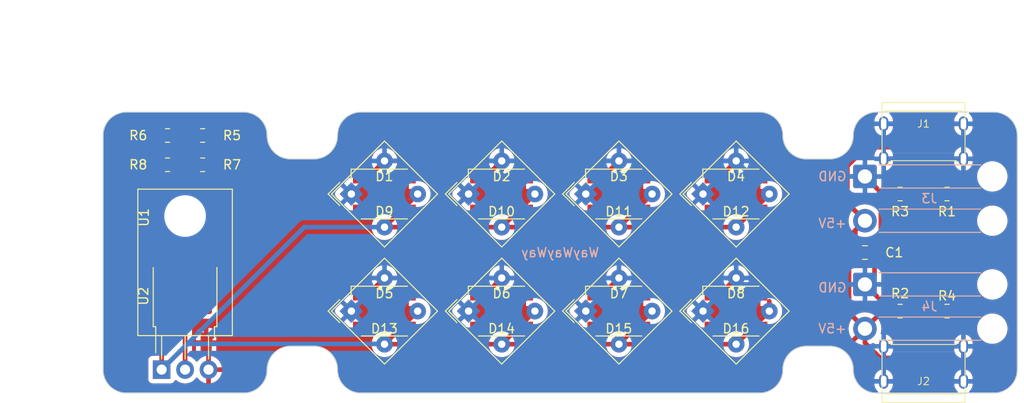
<source format=kicad_pcb>
(kicad_pcb (version 20221018) (generator pcbnew)
  (layers (0 "F.Cu" signal) (31 "B.Cu" signal) (34 "B.Paste" user) (35 "F.Paste" user) (36 "B.SilkS" user "B.Silkscreen") (37 "F.SilkS" user "F.Silkscreen") (38 "B.Mask" user) (39 "F.Mask" user) (44 "Edge.Cuts" user))
  (net 0 "")
  (net 1 "+5V")
  (net 2 "GND")
  (net 3 "REG")
  (net 4 "Net-(J1-CC1)")
  (net 5 "Net-(J1-CC2)")
  (net 6 "Net-(J2-CC1)")
  (net 7 "Net-(J2-CC2)")
  (net 8 "SENSE")
  (net 9 "Net-(R5-Pad2)")
  (net 10 "Net-(R7-Pad2)")
  (footprint "Resistor_SMD:R_0805_2012Metric_Pad1.20x1.40mm_HandSolder" (layer "F.Cu") (at 121.92 62.23 180)
    (fp_text reference "R3" (at 0 -1.905) (layer "F.SilkS"))
    (fp_text value "5.1K")
    (fp_line (start -0.227064 -0.735) (end 0.227064 -0.735) (stroke (width 0.12)) (layer "F.SilkS"))
    (fp_line (start -0.227064 0.735) (end 0.227064 0.735) (stroke (width 0.12)) (layer "F.SilkS"))
    (pad "1" smd roundrect (at -1 0 180) (size 1.2 1.4) (layers "F.Cu" "F.Paste" "F.Mask") (roundrect_rratio 0.2083333333) (net 5 "Net-(J1-CC2)"))
    (pad "2" smd roundrect (at 1 0 180) (size 1.2 1.4) (layers "F.Cu" "F.Paste" "F.Mask") (roundrect_rratio 0.2083333333) (net 2 "GND"))
  )
  (footprint "LED_SMD:LED_RGB_5050-6" (layer "F.Cu") (at 78.74 74.93)
    (fp_text reference "D6" (at 0 -1.905 180) (layer "F.SilkS"))
    (fp_text value "LED_RGB")
    (fp_line (start -3.6 -2.7) (end 2.5 -2.7) (stroke (width 0.12)) (layer "F.SilkS"))
    (fp_line (start -3.6 -1.6) (end -3.6 -2.7) (stroke (width 0.12)) (layer "F.SilkS"))
    (fp_line (start 2.5 2.7) (end -2.5 2.7) (stroke (width 0.12)) (layer "F.SilkS"))
    (pad "1" smd rect (at -2.4 -1.7 90) (size 1.1 2) (layers "F.Cu" "F.Paste" "F.Mask") (net 2 "GND"))
    (pad "2" smd rect (at -2.4 0 90) (size 1.1 2) (layers "F.Cu" "F.Paste" "F.Mask") (net 2 "GND"))
    (pad "3" smd rect (at -2.4 1.7 90) (size 1.1 2) (layers "F.Cu" "F.Paste" "F.Mask") (net 2 "GND"))
    (pad "4" smd rect (at 2.4 1.7 90) (size 1.1 2) (layers "F.Cu" "F.Paste" "F.Mask") (net 3 "REG"))
    (pad "5" smd rect (at 2.4 0 90) (size 1.1 2) (layers "F.Cu" "F.Paste" "F.Mask") (net 3 "REG"))
    (pad "6" smd rect (at 2.4 -1.7 90) (size 1.1 2) (layers "F.Cu" "F.Paste" "F.Mask") (net 3 "REG"))
  )
  (footprint "LED_SMD:LED_RGB_5050-6" (layer "F.Cu") (at 66.04 62.23)
    (fp_text reference "D1" (at 0 -1.905 180) (layer "F.SilkS"))
    (fp_text value "LED_RGB")
    (fp_line (start -3.6 -2.7) (end 2.5 -2.7) (stroke (width 0.12)) (layer "F.SilkS"))
    (fp_line (start -3.6 -1.6) (end -3.6 -2.7) (stroke (width 0.12)) (layer "F.SilkS"))
    (fp_line (start 2.5 2.7) (end -2.5 2.7) (stroke (width 0.12)) (layer "F.SilkS"))
    (pad "1" smd rect (at -2.4 -1.7 90) (size 1.1 2) (layers "F.Cu" "F.Paste" "F.Mask") (net 2 "GND"))
    (pad "2" smd rect (at -2.4 0 90) (size 1.1 2) (layers "F.Cu" "F.Paste" "F.Mask") (net 2 "GND"))
    (pad "3" smd rect (at -2.4 1.7 90) (size 1.1 2) (layers "F.Cu" "F.Paste" "F.Mask") (net 2 "GND"))
    (pad "4" smd rect (at 2.4 1.7 90) (size 1.1 2) (layers "F.Cu" "F.Paste" "F.Mask") (net 3 "REG"))
    (pad "5" smd rect (at 2.4 0 90) (size 1.1 2) (layers "F.Cu" "F.Paste" "F.Mask") (net 3 "REG"))
    (pad "6" smd rect (at 2.4 -1.7 90) (size 1.1 2) (layers "F.Cu" "F.Paste" "F.Mask") (net 3 "REG"))
  )
  (footprint "Package_TO_SOT_THT:TO-220-3_Horizontal_TabDown" (layer "F.Cu") (at 41.91 81.28)
    (fp_text reference "U1" (at -1.905 -16.51 90) (layer "F.SilkS"))
    (fp_text value "LM317_TO-220")
    (fp_line (start -2.58 -19.58) (end -2.58 -3.69) (stroke (width 0.12)) (layer "F.SilkS"))
    (fp_line (start -2.58 -19.58) (end 7.66 -19.58) (stroke (width 0.12)) (layer "F.SilkS"))
    (fp_line (start -2.58 -3.69) (end 7.66 -3.69) (stroke (width 0.12)) (layer "F.SilkS"))
    (fp_line (start 0 -3.69) (end 0 -1.15) (stroke (width 0.12)) (layer "F.SilkS"))
    (fp_line (start 2.54 -3.69) (end 2.54 -1.15) (stroke (width 0.12)) (layer "F.SilkS"))
    (fp_line (start 5.08 -3.69) (end 5.08 -1.15) (stroke (width 0.12)) (layer "F.SilkS"))
    (fp_line (start 7.66 -19.58) (end 7.66 -3.69) (stroke (width 0.12)) (layer "F.SilkS"))
    (pad "" np_thru_hole oval (at 2.54 -16.66) (size 3.5 3.5) (drill 3.5) (layers "*.Cu" "*.Mask"))
    (pad "1" thru_hole rect (at 0 0) (size 1.905 2) (drill 1.1) (layers "*.Cu" "*.Mask") (net 3 "REG"))
    (pad "2" thru_hole oval (at 2.54 0) (size 1.905 2) (drill 1.1) (layers "*.Cu" "*.Mask") (net 8 "SENSE"))
    (pad "3" thru_hole oval (at 5.08 0) (size 1.905 2) (drill 1.1) (layers "*.Cu" "*.Mask") (net 1 "+5V"))
  )
  (footprint "Resistor_SMD:R_0805_2012Metric_Pad1.20x1.40mm_HandSolder" (layer "F.Cu") (at 127 62.23)
    (fp_text reference "R1" (at 0 1.905) (layer "F.SilkS"))
    (fp_text value "5.1K")
    (fp_line (start -0.227064 -0.735) (end 0.227064 -0.735) (stroke (width 0.12)) (layer "F.SilkS"))
    (fp_line (start -0.227064 0.735) (end 0.227064 0.735) (stroke (width 0.12)) (layer "F.SilkS"))
    (pad "1" smd roundrect (at -1 0) (size 1.2 1.4) (layers "F.Cu" "F.Paste" "F.Mask") (roundrect_rratio 0.2083333333) (net 4 "Net-(J1-CC1)"))
    (pad "2" smd roundrect (at 1 0) (size 1.2 1.4) (layers "F.Cu" "F.Paste" "F.Mask") (roundrect_rratio 0.2083333333) (net 2 "GND"))
  )
  (footprint "Capacitor_SMD:C_0805_2012Metric_Pad1.18x1.45mm_HandSolder" (layer "F.Cu") (at 118.11 68.58)
    (fp_text reference "C1" (at 3.175 0) (layer "F.SilkS"))
    (fp_text value "100n")
    (fp_line (start -0.261252 -0.735) (end 0.261252 -0.735) (stroke (width 0.12)) (layer "F.SilkS"))
    (fp_line (start -0.261252 0.735) (end 0.261252 0.735) (stroke (width 0.12)) (layer "F.SilkS"))
    (pad "1" smd roundrect (at -1.0375 0) (size 1.175 1.45) (layers "F.Cu" "F.Paste" "F.Mask") (roundrect_rratio 0.2127659574) (net 1 "+5V"))
    (pad "2" smd roundrect (at 1.0375 0) (size 1.175 1.45) (layers "F.Cu" "F.Paste" "F.Mask") (roundrect_rratio 0.2127659574) (net 2 "GND"))
  )
  (footprint "Resistor_SMD:R_0805_2012Metric_Pad1.20x1.40mm_HandSolder" (layer "F.Cu") (at 46.355001 55.88 180)
    (fp_text reference "R5" (at -3.174998 0) (layer "F.SilkS"))
    (fp_text value "10R")
    (fp_line (start -0.227064 -0.735) (end 0.227064 -0.735) (stroke (width 0.12)) (layer "F.SilkS"))
    (fp_line (start -0.227064 0.735) (end 0.227064 0.735) (stroke (width 0.12)) (layer "F.SilkS"))
    (pad "1" smd roundrect (at -1 0 180) (size 1.2 1.4) (layers "F.Cu" "F.Paste" "F.Mask") (roundrect_rratio 0.2083333333) (net 8 "SENSE"))
    (pad "2" smd roundrect (at 1 0 180) (size 1.2 1.4) (layers "F.Cu" "F.Paste" "F.Mask") (roundrect_rratio 0.2083333333) (net 9 "Net-(R5-Pad2)"))
  )
  (footprint "Package_TO_SOT_SMD:TO-252-2" (layer "F.Cu") (at 44.45 73.31 90)
    (fp_text reference "U2" (at 0 -4.5 90) (layer "F.SilkS"))
    (fp_text value "LM317_TO-252")
    (fp_line (start -3.31 -3.45) (end -3.31 -3.18) (stroke (width 0.12)) (layer "F.SilkS"))
    (fp_line (start -3.31 -3.18) (end -6.14 -3.18) (stroke (width 0.12)) (layer "F.SilkS"))
    (fp_line (start -3.31 3.18) (end -4.41 3.18) (stroke (width 0.12)) (layer "F.SilkS"))
    (fp_line (start -3.31 3.45) (end -3.31 3.18) (stroke (width 0.12)) (layer "F.SilkS"))
    (fp_line (start 3.11 -3.45) (end -3.31 -3.45) (stroke (width 0.12)) (layer "F.SilkS"))
    (fp_line (start 3.11 3.45) (end -3.31 3.45) (stroke (width 0.12)) (layer "F.SilkS"))
    (pad "1" smd roundrect (at -5.04 -2.28 90) (size 2.2 1.2) (layers "F.Cu" "F.Paste" "F.Mask") (roundrect_rratio 0.2083333333) (net 3 "REG"))
    (pad "2" smd roundrect (at -0.415 -1.525 90) (size 3.05 2.75) (layers "F.Cu" "F.Paste") (roundrect_rratio 0.09090909091) (net 8 "SENSE"))
    (pad "2" smd roundrect (at -0.415 1.525 90) (size 3.05 2.75) (layers "F.Cu" "F.Paste") (roundrect_rratio 0.09090909091) (net 8 "SENSE"))
    (pad "2" smd roundrect (at 1.26 0 90) (size 6.4 5.8) (layers "F.Cu" "F.Mask") (roundrect_rratio 0.04310293103) (net 8 "SENSE"))
    (pad "2" smd roundrect (at 2.935 -1.525 90) (size 3.05 2.75) (layers "F.Cu" "F.Paste") (roundrect_rratio 0.09090909091) (net 8 "SENSE"))
    (pad "2" smd roundrect (at 2.935 1.525 90) (size 3.05 2.75) (layers "F.Cu" "F.Paste") (roundrect_rratio 0.09090909091) (net 8 "SENSE"))
    (pad "3" smd roundrect (at -5.04 2.28 90) (size 2.2 1.2) (layers "F.Cu" "F.Paste" "F.Mask") (roundrect_rratio 0.2083333333) (net 1 "+5V"))
  )
  (footprint "LED_THT:LED_Rectangular_W7.62mm_H4.55mm_P5.08mm_R3" (layer "F.Cu") (at 100.563984 74.93 45)
    (fp_text reference "D16" (at 1.181587 3.875664 180) (layer "F.SilkS"))
    (fp_text value "LED")
    (fp_line (start -1.778 -1.778) (end -1.778 0) (stroke (width 0.12)) (layer "F.SilkS"))
    (fp_line (start -1.524 -1.524) (end -1.524 6.604) (stroke (width 0.12)) (layer "F.SilkS"))
    (fp_line (start -1.524 6.604) (end 6.604 6.604) (stroke (width 0.12)) (layer "F.SilkS"))
    (fp_line (start 0 -1.778) (end -1.778 -1.778) (stroke (width 0.12)) (layer "F.SilkS"))
    (fp_line (start 6.604 -1.524) (end -1.524 -1.524) (stroke (width 0.12)) (layer "F.SilkS"))
    (fp_line (start 6.604 6.604) (end 6.604 -1.524) (stroke (width 0.12)) (layer "F.SilkS"))
    (pad "1" thru_hole rect (at 0 0 45) (size 1.8 1.8) (drill 0.8) (layers "*.Cu" "*.Mask") (net 2 "GND"))
    (pad "1" thru_hole circle (at 5.08 0 45) (size 1.8 1.8) (drill 0.8) (layers "*.Cu" "*.Mask") (net 2 "GND"))
    (pad "2" thru_hole circle (at 0 5.08 45) (size 1.8 1.8) (drill 0.8) (layers "*.Cu" "*.Mask") (net 3 "REG"))
    (pad "2" thru_hole circle (at 5.08 5.08 45) (size 1.8 1.8) (drill 0.8) (layers "*.Cu" "*.Mask") (net 3 "REG"))
  )
  (footprint "LED_SMD:LED_RGB_5050-6" (layer "F.Cu") (at 104.14 62.23)
    (fp_text reference "D4" (at 0 -1.905 180) (layer "F.SilkS"))
    (fp_text value "LED_RGB")
    (fp_line (start -3.6 -2.7) (end 2.5 -2.7) (stroke (width 0.12)) (layer "F.SilkS"))
    (fp_line (start -3.6 -1.6) (end -3.6 -2.7) (stroke (width 0.12)) (layer "F.SilkS"))
    (fp_line (start 2.5 2.7) (end -2.5 2.7) (stroke (width 0.12)) (layer "F.SilkS"))
    (pad "1" smd rect (at -2.4 -1.7 90) (size 1.1 2) (layers "F.Cu" "F.Paste" "F.Mask") (net 2 "GND"))
    (pad "2" smd rect (at -2.4 0 90) (size 1.1 2) (layers "F.Cu" "F.Paste" "F.Mask") (net 2 "GND"))
    (pad "3" smd rect (at -2.4 1.7 90) (size 1.1 2) (layers "F.Cu" "F.Paste" "F.Mask") (net 2 "GND"))
    (pad "4" smd rect (at 2.4 1.7 90) (size 1.1 2) (layers "F.Cu" "F.Paste" "F.Mask") (net 3 "REG"))
    (pad "5" smd rect (at 2.4 0 90) (size 1.1 2) (layers "F.Cu" "F.Paste" "F.Mask") (net 3 "REG"))
    (pad "6" smd rect (at 2.4 -1.7 90) (size 1.1 2) (layers "F.Cu" "F.Paste" "F.Mask") (net 3 "REG"))
  )
  (footprint "LED_THT:LED_Rectangular_W7.62mm_H4.55mm_P5.08mm_R3" (layer "F.Cu") (at 62.463984 74.93 45)
    (fp_text reference "D13" (at 1.181587 3.875664 180) (layer "F.SilkS"))
    (fp_text value "LED")
    (fp_line (start -1.778 -1.778) (end -1.778 0) (stroke (width 0.12)) (layer "F.SilkS"))
    (fp_line (start -1.524 -1.524) (end -1.524 6.604) (stroke (width 0.12)) (layer "F.SilkS"))
    (fp_line (start -1.524 6.604) (end 6.604 6.604) (stroke (width 0.12)) (layer "F.SilkS"))
    (fp_line (start 0 -1.778) (end -1.778 -1.778) (stroke (width 0.12)) (layer "F.SilkS"))
    (fp_line (start 6.604 -1.524) (end -1.524 -1.524) (stroke (width 0.12)) (layer "F.SilkS"))
    (fp_line (start 6.604 6.604) (end 6.604 -1.524) (stroke (width 0.12)) (layer "F.SilkS"))
    (pad "1" thru_hole rect (at 0 0 45) (size 1.8 1.8) (drill 0.8) (layers "*.Cu" "*.Mask") (net 2 "GND"))
    (pad "1" thru_hole circle (at 5.08 0 45) (size 1.8 1.8) (drill 0.8) (layers "*.Cu" "*.Mask") (net 2 "GND"))
    (pad "2" thru_hole circle (at 0 5.08 45) (size 1.8 1.8) (drill 0.8) (layers "*.Cu" "*.Mask") (net 3 "REG"))
    (pad "2" thru_hole circle (at 5.08 5.08 45) (size 1.8 1.8) (drill 0.8) (layers "*.Cu" "*.Mask") (net 3 "REG"))
  )
  (footprint "LED_SMD:LED_RGB_5050-6" (layer "F.Cu") (at 91.44 74.93)
    (fp_text reference "D7" (at 0 -1.905 180) (layer "F.SilkS"))
    (fp_text value "LED_RGB")
    (fp_line (start -3.6 -2.7) (end 2.5 -2.7) (stroke (width 0.12)) (layer "F.SilkS"))
    (fp_line (start -3.6 -1.6) (end -3.6 -2.7) (stroke (width 0.12)) (layer "F.SilkS"))
    (fp_line (start 2.5 2.7) (end -2.5 2.7) (stroke (width 0.12)) (layer "F.SilkS"))
    (pad "1" smd rect (at -2.4 -1.7 90) (size 1.1 2) (layers "F.Cu" "F.Paste" "F.Mask") (net 2 "GND"))
    (pad "2" smd rect (at -2.4 0 90) (size 1.1 2) (layers "F.Cu" "F.Paste" "F.Mask") (net 2 "GND"))
    (pad "3" smd rect (at -2.4 1.7 90) (size 1.1 2) (layers "F.Cu" "F.Paste" "F.Mask") (net 2 "GND"))
    (pad "4" smd rect (at 2.4 1.7 90) (size 1.1 2) (layers "F.Cu" "F.Paste" "F.Mask") (net 3 "REG"))
    (pad "5" smd rect (at 2.4 0 90) (size 1.1 2) (layers "F.Cu" "F.Paste" "F.Mask") (net 3 "REG"))
    (pad "6" smd rect (at 2.4 -1.7 90) (size 1.1 2) (layers "F.Cu" "F.Paste" "F.Mask") (net 3 "REG"))
  )
  (footprint "USB-C-Power-tester:TYPE-C-31-M-17_handsolder" (layer "F.Cu") (at 124.46 82.55)
    (fp_text reference "J2" (at 0 0) (layer "F.SilkS") (effects (font (size 0.8 0.8) (thickness 0.1))))
    (fp_text value "USB_C_Receptacle_PowerOnly_6P")
    (fp_line (start -4.5 -4.5) (end -4.5 2.3) (stroke (width 0.1)) (layer "F.SilkS"))
    (fp_line (start -4.5 -4.5) (end -4 -4.5) (stroke (width 0.1)) (layer "F.SilkS"))
    (fp_line (start -4 -4.5) (end -3.5 -4) (stroke (width 0.1)) (layer "F.SilkS"))
    (fp_line (start -3.5 -4) (end 3.5 -4) (stroke (width 0.1)) (layer "F.SilkS"))
    (fp_line (start -3.5 -3.2) (end 3.5 -3.2) (stroke (width 0.01)) (layer "F.SilkS"))
    (fp_line (start 3.5 -4) (end 4 -4.5) (stroke (width 0.1)) (layer "F.SilkS"))
    (fp_line (start 4 -4.5) (end 4.5 -4.5) (stroke (width 0.1)) (layer "F.SilkS"))
    (fp_line (start 4.2 1.4) (end -4.2 1.4) (stroke (width 0.1)) (layer "F.SilkS"))
    (fp_line (start 4.5 -4.5) (end 4.5 2.3) (stroke (width 0.1)) (layer "F.SilkS"))
    (fp_line (start 4.5 2.3) (end -4.5 2.3) (stroke (width 0.1)) (layer "F.SilkS"))
    (pad "A5" smd rect (at -0.5 -4.3) (size 0.7 2.2) (layers "F.Cu" "F.Paste" "F.Mask") (net 6 "Net-(J2-CC1)"))
    (pad "A9" smd rect (at 1.52 -4.3) (size 0.7 2.2) (layers "F.Cu" "F.Paste" "F.Mask") (net 1 "+5V"))
    (pad "A12" smd rect (at 2.75 -4.3) (size 0.8 2.2) (layers "F.Cu" "F.Paste" "F.Mask") (net 2 "GND"))
    (pad "B5" smd rect (at 0.5 -4.3) (size 0.7 2.2) (layers "F.Cu" "F.Paste" "F.Mask") (net 7 "Net-(J2-CC2)"))
    (pad "B9" smd rect (at -1.52 -4.3) (size 0.7 2.2) (layers "F.Cu" "F.Paste" "F.Mask") (net 1 "+5V"))
    (pad "B12" smd rect (at -2.75 -4.3) (size 0.8 2.2) (layers "F.Cu" "F.Paste" "F.Mask") (net 2 "GND"))
    (pad "S1" thru_hole roundrect (at -4.32 -3.8) (size 1 1.6) (drill oval 0.6 1.2) (layers "*.Cu" "*.Mask") (roundrect_rratio 0.5) (net 2 "GND"))
    (pad "S1" thru_hole roundrect (at -4.32 0) (size 1 1.6) (drill oval 0.6 1.2) (layers "*.Cu" "*.Mask") (roundrect_rratio 0.5) (net 2 "GND"))
    (pad "S1" thru_hole roundrect (at 4.32 -3.8) (size 1 1.6) (drill oval 0.6 1.2) (layers "*.Cu" "*.Mask") (roundrect_rratio 0.5) (net 2 "GND"))
    (pad "S1" thru_hole roundrect (at 4.32 0) (size 1 1.6) (drill oval 0.6 1.2) (layers "*.Cu" "*.Mask") (roundrect_rratio 0.5) (net 2 "GND"))
  )
  (footprint "LED_THT:LED_Rectangular_W7.62mm_H4.55mm_P5.08mm_R3" (layer "F.Cu") (at 75.163984 74.93 45)
    (fp_text reference "D14" (at 1.181587 3.875664 180) (layer "F.SilkS"))
    (fp_text value "LED")
    (fp_line (start -1.778 -1.778) (end -1.778 0) (stroke (width 0.12)) (layer "F.SilkS"))
    (fp_line (start -1.524 -1.524) (end -1.524 6.604) (stroke (width 0.12)) (layer "F.SilkS"))
    (fp_line (start -1.524 6.604) (end 6.604 6.604) (stroke (width 0.12)) (layer "F.SilkS"))
    (fp_line (start 0 -1.778) (end -1.778 -1.778) (stroke (width 0.12)) (layer "F.SilkS"))
    (fp_line (start 6.604 -1.524) (end -1.524 -1.524) (stroke (width 0.12)) (layer "F.SilkS"))
    (fp_line (start 6.604 6.604) (end 6.604 -1.524) (stroke (width 0.12)) (layer "F.SilkS"))
    (pad "1" thru_hole rect (at 0 0 45) (size 1.8 1.8) (drill 0.8) (layers "*.Cu" "*.Mask") (net 2 "GND"))
    (pad "1" thru_hole circle (at 5.08 0 45) (size 1.8 1.8) (drill 0.8) (layers "*.Cu" "*.Mask") (net 2 "GND"))
    (pad "2" thru_hole circle (at 0 5.08 45) (size 1.8 1.8) (drill 0.8) (layers "*.Cu" "*.Mask") (net 3 "REG"))
    (pad "2" thru_hole circle (at 5.08 5.08 45) (size 1.8 1.8) (drill 0.8) (layers "*.Cu" "*.Mask") (net 3 "REG"))
  )
  (footprint "LED_THT:LED_Rectangular_W7.62mm_H4.55mm_P5.08mm_R3" (layer "F.Cu") (at 100.563984 62.23 45)
    (fp_text reference "D12" (at 1.181587 3.875664 180) (layer "F.SilkS"))
    (fp_text value "LED")
    (fp_line (start -1.778 -1.778) (end -1.778 0) (stroke (width 0.12)) (layer "F.SilkS"))
    (fp_line (start -1.524 -1.524) (end -1.524 6.604) (stroke (width 0.12)) (layer "F.SilkS"))
    (fp_line (start -1.524 6.604) (end 6.604 6.604) (stroke (width 0.12)) (layer "F.SilkS"))
    (fp_line (start 0 -1.778) (end -1.778 -1.778) (stroke (width 0.12)) (layer "F.SilkS"))
    (fp_line (start 6.604 -1.524) (end -1.524 -1.524) (stroke (width 0.12)) (layer "F.SilkS"))
    (fp_line (start 6.604 6.604) (end 6.604 -1.524) (stroke (width 0.12)) (layer "F.SilkS"))
    (pad "1" thru_hole rect (at 0 0 45) (size 1.8 1.8) (drill 0.8) (layers "*.Cu" "*.Mask") (net 2 "GND"))
    (pad "1" thru_hole circle (at 5.08 0 45) (size 1.8 1.8) (drill 0.8) (layers "*.Cu" "*.Mask") (net 2 "GND"))
    (pad "2" thru_hole circle (at 0 5.08 45) (size 1.8 1.8) (drill 0.8) (layers "*.Cu" "*.Mask") (net 3 "REG"))
    (pad "2" thru_hole circle (at 5.08 5.08 45) (size 1.8 1.8) (drill 0.8) (layers "*.Cu" "*.Mask") (net 3 "REG"))
  )
  (footprint "LED_SMD:LED_RGB_5050-6" (layer "F.Cu") (at 78.74 62.23)
    (fp_text reference "D2" (at 0 -1.905 180) (layer "F.SilkS"))
    (fp_text value "LED_RGB")
    (fp_line (start -3.6 -2.7) (end 2.5 -2.7) (stroke (width 0.12)) (layer "F.SilkS"))
    (fp_line (start -3.6 -1.6) (end -3.6 -2.7) (stroke (width 0.12)) (layer "F.SilkS"))
    (fp_line (start 2.5 2.7) (end -2.5 2.7) (stroke (width 0.12)) (layer "F.SilkS"))
    (pad "1" smd rect (at -2.4 -1.7 90) (size 1.1 2) (layers "F.Cu" "F.Paste" "F.Mask") (net 2 "GND"))
    (pad "2" smd rect (at -2.4 0 90) (size 1.1 2) (layers "F.Cu" "F.Paste" "F.Mask") (net 2 "GND"))
    (pad "3" smd rect (at -2.4 1.7 90) (size 1.1 2) (layers "F.Cu" "F.Paste" "F.Mask") (net 2 "GND"))
    (pad "4" smd rect (at 2.4 1.7 90) (size 1.1 2) (layers "F.Cu" "F.Paste" "F.Mask") (net 3 "REG"))
    (pad "5" smd rect (at 2.4 0 90) (size 1.1 2) (layers "F.Cu" "F.Paste" "F.Mask") (net 3 "REG"))
    (pad "6" smd rect (at 2.4 -1.7 90) (size 1.1 2) (layers "F.Cu" "F.Paste" "F.Mask") (net 3 "REG"))
  )
  (footprint "LED_SMD:LED_RGB_5050-6" (layer "F.Cu") (at 104.14 74.93)
    (fp_text reference "D8" (at 0 -1.905 180) (layer "F.SilkS"))
    (fp_text value "LED_RGB")
    (fp_line (start -3.6 -2.7) (end 2.5 -2.7) (stroke (width 0.12)) (layer "F.SilkS"))
    (fp_line (start -3.6 -1.6) (end -3.6 -2.7) (stroke (width 0.12)) (layer "F.SilkS"))
    (fp_line (start 2.5 2.7) (end -2.5 2.7) (stroke (width 0.12)) (layer "F.SilkS"))
    (pad "1" smd rect (at -2.4 -1.7 90) (size 1.1 2) (layers "F.Cu" "F.Paste" "F.Mask") (net 2 "GND"))
    (pad "2" smd rect (at -2.4 0 90) (size 1.1 2) (layers "F.Cu" "F.Paste" "F.Mask") (net 2 "GND"))
    (pad "3" smd rect (at -2.4 1.7 90) (size 1.1 2) (layers "F.Cu" "F.Paste" "F.Mask") (net 2 "GND"))
    (pad "4" smd rect (at 2.4 1.7 90) (size 1.1 2) (layers "F.Cu" "F.Paste" "F.Mask") (net 3 "REG"))
    (pad "5" smd rect (at 2.4 0 90) (size 1.1 2) (layers "F.Cu" "F.Paste" "F.Mask") (net 3 "REG"))
    (pad "6" smd rect (at 2.4 -1.7 90) (size 1.1 2) (layers "F.Cu" "F.Paste" "F.Mask") (net 3 "REG"))
  )
  (footprint "LED_THT:LED_Rectangular_W7.62mm_H4.55mm_P5.08mm_R3" (layer "F.Cu") (at 62.463984 62.23 45)
    (fp_text reference "D9" (at 1.181587 3.875664 180) (layer "F.SilkS"))
    (fp_text value "LED")
    (fp_line (start -1.778 -1.778) (end -1.778 0) (stroke (width 0.12)) (layer "F.SilkS"))
    (fp_line (start -1.524 -1.524) (end -1.524 6.604) (stroke (width 0.12)) (layer "F.SilkS"))
    (fp_line (start -1.524 6.604) (end 6.604 6.604) (stroke (width 0.12)) (layer "F.SilkS"))
    (fp_line (start 0 -1.778) (end -1.778 -1.778) (stroke (width 0.12)) (layer "F.SilkS"))
    (fp_line (start 6.604 -1.524) (end -1.524 -1.524) (stroke (width 0.12)) (layer "F.SilkS"))
    (fp_line (start 6.604 6.604) (end 6.604 -1.524) (stroke (width 0.12)) (layer "F.SilkS"))
    (pad "1" thru_hole rect (at 0 0 45) (size 1.8 1.8) (drill 0.8) (layers "*.Cu" "*.Mask") (net 2 "GND"))
    (pad "1" thru_hole circle (at 5.08 0 45) (size 1.8 1.8) (drill 0.8) (layers "*.Cu" "*.Mask") (net 2 "GND"))
    (pad "2" thru_hole circle (at 0 5.08 45) (size 1.8 1.8) (drill 0.8) (layers "*.Cu" "*.Mask") (net 3 "REG"))
    (pad "2" thru_hole circle (at 5.08 5.08 45) (size 1.8 1.8) (drill 0.8) (layers "*.Cu" "*.Mask") (net 3 "REG"))
  )
  (footprint "Resistor_SMD:R_0805_2012Metric_Pad1.20x1.40mm_HandSolder" (layer "F.Cu") (at 121.92 74.93 180)
    (fp_text reference "R2" (at 0 1.905) (layer "F.SilkS"))
    (fp_text value "5.1K")
    (fp_line (start -0.227064 -0.735) (end 0.227064 -0.735) (stroke (width 0.12)) (layer "F.SilkS"))
    (fp_line (start -0.227064 0.735) (end 0.227064 0.735) (stroke (width 0.12)) (layer "F.SilkS"))
    (pad "1" smd roundrect (at -1 0 180) (size 1.2 1.4) (layers "F.Cu" "F.Paste" "F.Mask") (roundrect_rratio 0.2083333333) (net 6 "Net-(J2-CC1)"))
    (pad "2" smd roundrect (at 1 0 180) (size 1.2 1.4) (layers "F.Cu" "F.Paste" "F.Mask") (roundrect_rratio 0.2083333333) (net 2 "GND"))
  )
  (footprint "Resistor_SMD:R_0805_2012Metric_Pad1.20x1.40mm_HandSolder" (layer "F.Cu") (at 42.544997 59.055 180)
    (fp_text reference "R8" (at 3.174999 0) (layer "F.SilkS"))
    (fp_text value "10R")
    (fp_line (start -0.227064 -0.735) (end 0.227064 -0.735) (stroke (width 0.12)) (layer "F.SilkS"))
    (fp_line (start -0.227064 0.735) (end 0.227064 0.735) (stroke (width 0.12)) (layer "F.SilkS"))
    (pad "1" smd roundrect (at -1 0 180) (size 1.2 1.4) (layers "F.Cu" "F.Paste" "F.Mask") (roundrect_rratio 0.2083333333) (net 10 "Net-(R7-Pad2)"))
    (pad "2" smd roundrect (at 1 0 180) (size 1.2 1.4) (layers "F.Cu" "F.Paste" "F.Mask") (roundrect_rratio 0.2083333333) (net 3 "REG"))
  )
  (footprint "LED_SMD:LED_RGB_5050-6" (layer "F.Cu") (at 91.44 62.23)
    (fp_text reference "D3" (at 0 -1.905 180) (layer "F.SilkS"))
    (fp_text value "LED_RGB")
    (fp_line (start -3.6 -2.7) (end 2.5 -2.7) (stroke (width 0.12)) (layer "F.SilkS"))
    (fp_line (start -3.6 -1.6) (end -3.6 -2.7) (stroke (width 0.12)) (layer "F.SilkS"))
    (fp_line (start 2.5 2.7) (end -2.5 2.7) (stroke (width 0.12)) (layer "F.SilkS"))
    (pad "1" smd rect (at -2.4 -1.7 90) (size 1.1 2) (layers "F.Cu" "F.Paste" "F.Mask") (net 2 "GND"))
    (pad "2" smd rect (at -2.4 0 90) (size 1.1 2) (layers "F.Cu" "F.Paste" "F.Mask") (net 2 "GND"))
    (pad "3" smd rect (at -2.4 1.7 90) (size 1.1 2) (layers "F.Cu" "F.Paste" "F.Mask") (net 2 "GND"))
    (pad "4" smd rect (at 2.4 1.7 90) (size 1.1 2) (layers "F.Cu" "F.Paste" "F.Mask") (net 3 "REG"))
    (pad "5" smd rect (at 2.4 0 90) (size 1.1 2) (layers "F.Cu" "F.Paste" "F.Mask") (net 3 "REG"))
    (pad "6" smd rect (at 2.4 -1.7 90) (size 1.1 2) (layers "F.Cu" "F.Paste" "F.Mask") (net 3 "REG"))
  )
  (footprint "Resistor_SMD:R_0805_2012Metric_Pad1.20x1.40mm_HandSolder" (layer "F.Cu") (at 42.545 55.88 180)
    (fp_text reference "R6" (at 3.175001 0) (layer "F.SilkS"))
    (fp_text value "10R")
    (fp_line (start -0.227064 -0.735) (end 0.227064 -0.735) (stroke (width 0.12)) (layer "F.SilkS"))
    (fp_line (start -0.227064 0.735) (end 0.227064 0.735) (stroke (width 0.12)) (layer "F.SilkS"))
    (pad "1" smd roundrect (at -1 0 180) (size 1.2 1.4) (layers "F.Cu" "F.Paste" "F.Mask") (roundrect_rratio 0.2083333333) (net 9 "Net-(R5-Pad2)"))
    (pad "2" smd roundrect (at 1 0 180) (size 1.2 1.4) (layers "F.Cu" "F.Paste" "F.Mask") (roundrect_rratio 0.2083333333) (net 3 "REG"))
  )
  (footprint "LED_THT:LED_Rectangular_W7.62mm_H4.55mm_P5.08mm_R3" (layer "F.Cu") (at 87.863984 74.93 45)
    (fp_text reference "D15" (at 1.181587 3.875664 180) (layer "F.SilkS"))
    (fp_text value "LED")
    (fp_line (start -1.778 -1.778) (end -1.778 0) (stroke (width 0.12)) (layer "F.SilkS"))
    (fp_line (start -1.524 -1.524) (end -1.524 6.604) (stroke (width 0.12)) (layer "F.SilkS"))
    (fp_line (start -1.524 6.604) (end 6.604 6.604) (stroke (width 0.12)) (layer "F.SilkS"))
    (fp_line (start 0 -1.778) (end -1.778 -1.778) (stroke (width 0.12)) (layer "F.SilkS"))
    (fp_line (start 6.604 -1.524) (end -1.524 -1.524) (stroke (width 0.12)) (layer "F.SilkS"))
    (fp_line (start 6.604 6.604) (end 6.604 -1.524) (stroke (width 0.12)) (layer "F.SilkS"))
    (pad "1" thru_hole rect (at 0 0 45) (size 1.8 1.8) (drill 0.8) (layers "*.Cu" "*.Mask") (net 2 "GND"))
    (pad "1" thru_hole circle (at 5.08 0 45) (size 1.8 1.8) (drill 0.8) (layers "*.Cu" "*.Mask") (net 2 "GND"))
    (pad "2" thru_hole circle (at 0 5.08 45) (size 1.8 1.8) (drill 0.8) (layers "*.Cu" "*.Mask") (net 3 "REG"))
    (pad "2" thru_hole circle (at 5.08 5.08 45) (size 1.8 1.8) (drill 0.8) (layers "*.Cu" "*.Mask") (net 3 "REG"))
  )
  (footprint "LED_SMD:LED_RGB_5050-6" (layer "F.Cu") (at 66.04 74.93)
    (fp_text reference "D5" (at 0 -1.905 180) (layer "F.SilkS"))
    (fp_text value "LED_RGB")
    (fp_line (start -3.6 -2.7) (end 2.5 -2.7) (stroke (width 0.12)) (layer "F.SilkS"))
    (fp_line (start -3.6 -1.6) (end -3.6 -2.7) (stroke (width 0.12)) (layer "F.SilkS"))
    (fp_line (start 2.5 2.7) (end -2.5 2.7) (stroke (width 0.12)) (layer "F.SilkS"))
    (pad "1" smd rect (at -2.4 -1.7 90) (size 1.1 2) (layers "F.Cu" "F.Paste" "F.Mask") (net 2 "GND"))
    (pad "2" smd rect (at -2.4 0 90) (size 1.1 2) (layers "F.Cu" "F.Paste" "F.Mask") (net 2 "GND"))
    (pad "3" smd rect (at -2.4 1.7 90) (size 1.1 2) (layers "F.Cu" "F.Paste" "F.Mask") (net 2 "GND"))
    (pad "4" smd rect (at 2.4 1.7 90) (size 1.1 2) (layers "F.Cu" "F.Paste" "F.Mask") (net 3 "REG"))
    (pad "5" smd rect (at 2.4 0 90) (size 1.1 2) (layers "F.Cu" "F.Paste" "F.Mask") (net 3 "REG"))
    (pad "6" smd rect (at 2.4 -1.7 90) (size 1.1 2) (layers "F.Cu" "F.Paste" "F.Mask") (net 3 "REG"))
  )
  (footprint "Resistor_SMD:R_0805_2012Metric_Pad1.20x1.40mm_HandSolder" (layer "F.Cu") (at 127 74.93)
    (fp_text reference "R4" (at 0 -1.65 -360) (layer "F.SilkS"))
    (fp_text value "5.1K")
    (fp_line (start -0.227064 -0.735) (end 0.227064 -0.735) (stroke (width 0.12)) (layer "F.SilkS"))
    (fp_line (start -0.227064 0.735) (end 0.227064 0.735) (stroke (width 0.12)) (layer "F.SilkS"))
    (pad "1" smd roundrect (at -1 0) (size 1.2 1.4) (layers "F.Cu" "F.Paste" "F.Mask") (roundrect_rratio 0.2083333333) (net 7 "Net-(J2-CC2)"))
    (pad "2" smd roundrect (at 1 0) (size 1.2 1.4) (layers "F.Cu" "F.Paste" "F.Mask") (roundrect_rratio 0.2083333333) (net 2 "GND"))
  )
  (footprint "USB-C-Power-tester:TYPE-C-31-M-17_handsolder" (layer "F.Cu") (at 124.46 54.61 180)
    (fp_text reference "J1" (at 0 0) (layer "F.SilkS") (effects (font (size 0.8 0.8) (thickness 0.1))))
    (fp_text value "USB_C_Receptacle_PowerOnly_6P")
    (fp_line (start -4.5 -4.5) (end -4.5 2.3) (stroke (width 0.1)) (layer "F.SilkS"))
    (fp_line (start -4.5 -4.5) (end -4 -4.5) (stroke (width 0.1)) (layer "F.SilkS"))
    (fp_line (start -4 -4.5) (end -3.5 -4) (stroke (width 0.1)) (layer "F.SilkS"))
    (fp_line (start -3.5 -4) (end 3.5 -4) (stroke (width 0.1)) (layer "F.SilkS"))
    (fp_line (start -3.5 -3.2) (end 3.5 -3.2) (stroke (width 0.01)) (layer "F.SilkS"))
    (fp_line (start 3.5 -4) (end 4 -4.5) (stroke (width 0.1)) (layer "F.SilkS"))
    (fp_line (start 4 -4.5) (end 4.5 -4.5) (stroke (width 0.1)) (layer "F.SilkS"))
    (fp_line (start 4.2 1.4) (end -4.2 1.4) (stroke (width 0.1)) (layer "F.SilkS"))
    (fp_line (start 4.5 -4.5) (end 4.5 2.3) (stroke (width 0.1)) (layer "F.SilkS"))
    (fp_line (start 4.5 2.3) (end -4.5 2.3) (stroke (width 0.1)) (layer "F.SilkS"))
    (pad "A5" smd rect (at -0.5 -4.3 180) (size 0.7 2.2) (layers "F.Cu" "F.Paste" "F.Mask") (net 4 "Net-(J1-CC1)"))
    (pad "A9" smd rect (at 1.52 -4.3 180) (size 0.7 2.2) (layers "F.Cu" "F.Paste" "F.Mask") (net 1 "+5V"))
    (pad "A12" smd rect (at 2.75 -4.3 180) (size 0.8 2.2) (layers "F.Cu" "F.Paste" "F.Mask") (net 2 "GND"))
    (pad "B5" smd rect (at 0.5 -4.3 180) (size 0.7 2.2) (layers "F.Cu" "F.Paste" "F.Mask") (net 5 "Net-(J1-CC2)"))
    (pad "B9" smd rect (at -1.52 -4.3 180) (size 0.7 2.2) (layers "F.Cu" "F.Paste" "F.Mask") (net 1 "+5V"))
    (pad "B12" smd rect (at -2.75 -4.3 180) (size 0.8 2.2) (layers "F.Cu" "F.Paste" "F.Mask") (net 2 "GND"))
    (pad "S1" thru_hole roundrect (at -4.32 -3.8 180) (size 1 1.6) (drill oval 0.6 1.2) (layers "*.Cu" "*.Mask") (roundrect_rratio 0.5) (net 2 "GND"))
    (pad "S1" thru_hole roundrect (at -4.32 0 180) (size 1 1.6) (drill oval 0.6 1.2) (layers "*.Cu" "*.Mask") (roundrect_rratio 0.5) (net 2 "GND"))
    (pad "S1" thru_hole roundrect (at 4.32 -3.8 180) (size 1 1.6) (drill oval 0.6 1.2) (layers "*.Cu" "*.Mask") (roundrect_rratio 0.5) (net 2 "GND"))
    (pad "S1" thru_hole roundrect (at 4.32 0 180) (size 1 1.6) (drill oval 0.6 1.2) (layers "*.Cu" "*.Mask") (roundrect_rratio 0.5) (net 2 "GND"))
  )
  (footprint "Resistor_SMD:R_0805_2012Metric_Pad1.20x1.40mm_HandSolder" (layer "F.Cu") (at 46.354999 59.055 180)
    (fp_text reference "R7" (at -3.175 0) (layer "F.SilkS"))
    (fp_text value "10R")
    (fp_line (start -0.227064 -0.735) (end 0.227064 -0.735) (stroke (width 0.12)) (layer "F.SilkS"))
    (fp_line (start -0.227064 0.735) (end 0.227064 0.735) (stroke (width 0.12)) (layer "F.SilkS"))
    (pad "1" smd roundrect (at -1 0 180) (size 1.2 1.4) (layers "F.Cu" "F.Paste" "F.Mask") (roundrect_rratio 0.2083333333) (net 8 "SENSE"))
    (pad "2" smd roundrect (at 1 0 180) (size 1.2 1.4) (layers "F.Cu" "F.Paste" "F.Mask") (roundrect_rratio 0.2083333333) (net 10 "Net-(R7-Pad2)"))
  )
  (footprint "LED_THT:LED_Rectangular_W7.62mm_H4.55mm_P5.08mm_R3" (layer "F.Cu") (at 87.863984 62.23 45)
    (fp_text reference "D11" (at 1.181587 3.875664 180) (layer "F.SilkS"))
    (fp_text value "LED")
    (fp_line (start -1.778 -1.778) (end -1.778 0) (stroke (width 0.12)) (layer "F.SilkS"))
    (fp_line (start -1.524 -1.524) (end -1.524 6.604) (stroke (width 0.12)) (layer "F.SilkS"))
    (fp_line (start -1.524 6.604) (end 6.604 6.604) (stroke (width 0.12)) (layer "F.SilkS"))
    (fp_line (start 0 -1.778) (end -1.778 -1.778) (stroke (width 0.12)) (layer "F.SilkS"))
    (fp_line (start 6.604 -1.524) (end -1.524 -1.524) (stroke (width 0.12)) (layer "F.SilkS"))
    (fp_line (start 6.604 6.604) (end 6.604 -1.524) (stroke (width 0.12)) (layer "F.SilkS"))
    (pad "1" thru_hole rect (at 0 0 45) (size 1.8 1.8) (drill 0.8) (layers "*.Cu" "*.Mask") (net 2 "GND"))
    (pad "1" thru_hole circle (at 5.08 0 45) (size 1.8 1.8) (drill 0.8) (layers "*.Cu" "*.Mask") (net 2 "GND"))
    (pad "2" thru_hole circle (at 0 5.08 45) (size 1.8 1.8) (drill 0.8) (layers "*.Cu" "*.Mask") (net 3 "REG"))
    (pad "2" thru_hole circle (at 5.08 5.08 45) (size 1.8 1.8) (drill 0.8) (layers "*.Cu" "*.Mask") (net 3 "REG"))
  )
  (footprint "LED_THT:LED_Rectangular_W7.62mm_H4.55mm_P5.08mm_R3" (layer "F.Cu") (at 75.163984 62.23 45)
    (fp_text reference "D10" (at 1.181587 3.875664 180) (layer "F.SilkS"))
    (fp_text value "LED")
    (fp_line (start -1.778 -1.778) (end -1.778 0) (stroke (width 0.12)) (layer "F.SilkS"))
    (fp_line (start -1.524 -1.524) (end -1.524 6.604) (stroke (width 0.12)) (layer "F.SilkS"))
    (fp_line (start -1.524 6.604) (end 6.604 6.604) (stroke (width 0.12)) (layer "F.SilkS"))
    (fp_line (start 0 -1.778) (end -1.778 -1.778) (stroke (width 0.12)) (layer "F.SilkS"))
    (fp_line (start 6.604 -1.524) (end -1.524 -1.524) (stroke (width 0.12)) (layer "F.SilkS"))
    (fp_line (start 6.604 6.604) (end 6.604 -1.524) (stroke (width 0.12)) (layer "F.SilkS"))
    (pad "1" thru_hole rect (at 0 0 45) (size 1.8 1.8) (drill 0.8) (layers "*.Cu" "*.Mask") (net 2 "GND"))
    (pad "1" thru_hole circle (at 5.08 0 45) (size 1.8 1.8) (drill 0.8) (layers "*.Cu" "*.Mask") (net 2 "GND"))
    (pad "2" thru_hole circle (at 0 5.08 45) (size 1.8 1.8) (drill 0.8) (layers "*.Cu" "*.Mask") (net 3 "REG"))
    (pad "2" thru_hole circle (at 5.08 5.08 45) (size 1.8 1.8) (drill 0.8) (layers "*.Cu" "*.Mask") (net 3 "REG"))
  )
  (footprint "Connector_Wire:SolderWire-0.75sqmm_1x02_P4.8mm_D1.25mm_OD2.3mm_Relief" (layer "B.Cu") (at 118.11 72.035 -90)
    (fp_text reference "J4" (at 2.4 -6.985 -180) (layer "B.SilkS") (effects (justify mirror)))
    (fp_text value "Conn_01x02")
    (fp_line (start -1.26 -1.535) (end -1.26 -12.54) (stroke (width 0.12)) (layer "B.SilkS"))
    (fp_line (start 1.26 -1.535) (end 1.26 -12.54) (stroke (width 0.12)) (layer "B.SilkS"))
    (fp_line (start 3.54 -1.535) (end 3.54 -12.54) (stroke (width 0.12)) (layer "B.SilkS"))
    (fp_line (start 6.06 -1.535) (end 6.06 -12.54) (stroke (width 0.12)) (layer "B.SilkS"))
    (pad "" np_thru_hole circle (at 0 -13.8 270) (size 2.8 2.8) (drill 2.8) (layers "*.Cu" "*.Mask"))
    (pad "" np_thru_hole circle (at 4.8 -13.8 270) (size 2.8 2.8) (drill 2.8) (layers "*.Cu" "*.Mask"))
    (pad "1" thru_hole roundrect (at 0 0 270) (size 2.55 2.55) (drill 1.55) (layers "*.Cu" "*.Mask") (roundrect_rratio 0.09803882353) (net 2 "GND"))
    (pad "2" thru_hole circle (at 4.8 0 270) (size 2.55 2.55) (drill 1.55) (layers "*.Cu" "*.Mask") (net 1 "+5V"))
  )
  (footprint "Connector_Wire:SolderWire-0.75sqmm_1x02_P4.8mm_D1.25mm_OD2.3mm_Relief" (layer "B.Cu") (at 118.11 60.325 -90)
    (fp_text reference "J3" (at 2.4 -6.985 -180) (layer "B.SilkS") (effects (justify mirror)))
    (fp_text value "Conn_01x02")
    (fp_line (start -1.26 -1.535) (end -1.26 -12.54) (stroke (width 0.12)) (layer "B.SilkS"))
    (fp_line (start 1.26 -1.535) (end 1.26 -12.54) (stroke (width 0.12)) (layer "B.SilkS"))
    (fp_line (start 3.54 -1.535) (end 3.54 -12.54) (stroke (width 0.12)) (layer "B.SilkS"))
    (fp_line (start 6.06 -1.535) (end 6.06 -12.54) (stroke (width 0.12)) (layer "B.SilkS"))
    (pad "" np_thru_hole circle (at 0 -13.8 270) (size 2.8 2.8) (drill 2.8) (layers "*.Cu" "*.Mask"))
    (pad "" np_thru_hole circle (at 4.8 -13.8 270) (size 2.8 2.8) (drill 2.8) (layers "*.Cu" "*.Mask"))
    (pad "1" thru_hole roundrect (at 0 0 270) (size 2.55 2.55) (drill 1.55) (layers "*.Cu" "*.Mask") (roundrect_rratio 0.09803882353) (net 2 "GND"))
    (pad "2" thru_hole circle (at 4.8 0 270) (size 2.55 2.55) (drill 1.55) (layers "*.Cu" "*.Mask") (net 1 "+5V"))
  )
  (gr_line (start 55.88 58.42) (end 58.42 58.42) (stroke (width 0.1)) (layer "Edge.Cuts"))
  (gr_arc (start 116.84 55.88) (mid 116.096051 57.676051) (end 114.3 58.42) (stroke (width 0.1)) (layer "Edge.Cuts"))
  (gr_arc (start 109.22 81.28) (mid 109.963949 79.483949) (end 111.76 78.74) (stroke (width 0.1)) (layer "Edge.Cuts"))
  (gr_line (start 134.62 55.88) (end 134.62 81.28) (stroke (width 0.1)) (layer "Edge.Cuts"))
  (gr_arc (start 111.76 58.42) (mid 109.963949 57.676051) (end 109.22 55.88) (stroke (width 0.1)) (layer "Edge.Cuts"))
  (gr_arc (start 116.84 55.88) (mid 117.583949 54.083949) (end 119.38 53.34) (stroke (width 0.1)) (layer "Edge.Cuts"))
  (gr_arc (start 114.3 78.74) (mid 116.096051 79.483949) (end 116.84 81.28) (stroke (width 0.1)) (layer "Edge.Cuts"))
  (gr_arc (start 38.1 83.82) (mid 36.303949 83.076051) (end 35.56 81.28) (stroke (width 0.1)) (layer "Edge.Cuts"))
  (gr_arc (start 58.42 78.74) (mid 60.216051 79.483949) (end 60.96 81.28) (stroke (width 0.1)) (layer "Edge.Cuts"))
  (gr_line (start 132.08 53.34) (end 119.38 53.34) (stroke (width 0.1)) (layer "Edge.Cuts"))
  (gr_line (start 55.88 78.74) (end 58.42 78.74) (stroke (width 0.1)) (layer "Edge.Cuts"))
  (gr_arc (start 106.68 53.34) (mid 108.476051 54.083949) (end 109.22 55.88) (stroke (width 0.1)) (layer "Edge.Cuts"))
  (gr_arc (start 60.96 55.88) (mid 60.216051 57.676051) (end 58.42 58.42) (stroke (width 0.1)) (layer "Edge.Cuts"))
  (gr_line (start 35.56 55.88) (end 35.56 81.28) (stroke (width 0.1)) (layer "Edge.Cuts"))
  (gr_arc (start 63.5 83.82) (mid 61.703949 83.076051) (end 60.96 81.28) (stroke (width 0.1)) (layer "Edge.Cuts"))
  (gr_arc (start 53.34 81.28) (mid 52.596051 83.076051) (end 50.8 83.82) (stroke (width 0.1)) (layer "Edge.Cuts"))
  (gr_line (start 38.1 83.82) (end 50.8 83.82) (stroke (width 0.1)) (layer "Edge.Cuts"))
  (gr_arc (start 55.88 58.42) (mid 54.083949 57.676051) (end 53.34 55.88) (stroke (width 0.1)) (layer "Edge.Cuts"))
  (gr_arc (start 50.8 53.34) (mid 52.596051 54.083949) (end 53.34 55.88) (stroke (width 0.1)) (layer "Edge.Cuts"))
  (gr_line (start 38.1 53.34) (end 50.8 53.34) (stroke (width 0.1)) (layer "Edge.Cuts"))
  (gr_line (start 111.76 58.42) (end 114.3 58.42) (stroke (width 0.1)) (layer "Edge.Cuts"))
  (gr_arc (start 132.08 53.34) (mid 133.876051 54.083949) (end 134.62 55.88) (stroke (width 0.1)) (layer "Edge.Cuts"))
  (gr_arc (start 60.96 55.88) (mid 61.703949 54.083949) (end 63.5 53.34) (stroke (width 0.1)) (layer "Edge.Cuts"))
  (gr_arc (start 119.38 83.82) (mid 117.583949 83.076051) (end 116.84 81.28) (stroke (width 0.1)) (layer "Edge.Cuts"))
  (gr_line (start 111.76 78.74) (end 114.3 78.74) (stroke (width 0.1)) (layer "Edge.Cuts"))
  (gr_arc (start 109.22 81.28) (mid 108.476051 83.076051) (end 106.68 83.82) (stroke (width 0.1)) (layer "Edge.Cuts"))
  (gr_line (start 132.08 83.82) (end 119.38 83.82) (stroke (width 0.1)) (layer "Edge.Cuts"))
  (gr_arc (start 35.56 55.88) (mid 36.303949 54.083949) (end 38.1 53.34) (stroke (width 0.1)) (layer "Edge.Cuts"))
  (gr_line (start 63.5 53.34) (end 106.68 53.34) (stroke (width 0.1)) (layer "Edge.Cuts"))
  (gr_arc (start 53.34 81.28) (mid 54.083949 79.483949) (end 55.88 78.74) (stroke (width 0.1)) (layer "Edge.Cuts"))
  (gr_arc (start 134.62 81.28) (mid 133.876051 83.076051) (end 132.08 83.82) (stroke (width 0.1)) (layer "Edge.Cuts"))
  (gr_line (start 63.5 83.82) (end 106.68 83.82) (stroke (width 0.1)) (layer "Edge.Cuts"))
  (gr_text "GND" (at 116.205 60.325) (layer "B.SilkS") (effects (font (size 1 1)) (justify left mirror)))
  (gr_text "+5V" (at 116.205 65.405) (layer "B.SilkS") (effects (font (size 1 1)) (justify left mirror)))
  (gr_text "WayWayWay" (at 85.09 68.58) (layer "B.SilkS") (effects (font (size 1 1)) (justify mirror)))
  (gr_text "GND" (at 116.205 72.39) (layer "B.SilkS") (effects (font (size 1 1)) (justify left mirror)))
  (gr_text "+5V" (at 116.205 76.835) (layer "B.SilkS") (effects (font (size 1 1)) (justify left mirror)))
  (segment (start 125.98 58.91) (end 125.98 57.81) (width 0.5) (layer "F.Cu") (net 1))
  (segment (start 125.53 57.36) (end 123.39 57.36) (width 0.5) (layer "F.Cu") (net 1))
  (segment (start 117.0725 66.1625) (end 118.11 65.125) (width 0.5) (layer "F.Cu") (net 1))
  (segment (start 117.0725 68.58) (end 116.385 69.2675) (width 0.5) (layer "F.Cu") (net 1))
  (segment (start 122.94 79.35) (end 122.28 80.01) (width 0.5) (layer "F.Cu") (net 1))
  (segment (start 116.205 63.22) (end 118.11 65.125) (width 0.5) (layer "F.Cu") (net 1))
  (segment (start 122.28 80.01) (end 119.756498 80.01) (width 0.5) (layer "F.Cu") (net 1))
  (segment (start 56.5 68.58) (end 117.0725 68.58) (width 0.5) (layer "F.Cu") (net 1))
  (segment (start 122.94 58.91) (end 122.94 57.81) (width 0.5) (layer "F.Cu") (net 1))
  (segment (start 118.24505 57.15) (end 116.205 59.19005) (width 0.5) (layer "F.Cu") (net 1))
  (segment (start 125.33 80) (end 125.98 79.35) (width 0.5) (layer "F.Cu") (net 1))
  (segment (start 125.98 79.35) (end 125.98 78.25) (width 0.5) (layer "F.Cu") (net 1))
  (segment (start 46.99 78.61) (end 46.73 78.349999) (width 0.5) (layer "F.Cu") (net 1))
  (segment (start 122.94 57.81) (end 122.28 57.15) (width 0.5) (layer "F.Cu") (net 1))
  (segment (start 46.99 81.28) (end 46.99 78.61) (width 0.5) (layer "F.Cu") (net 1))
  (segment (start 122.94 79.35) (end 123.59 80) (width 0.5) (layer "F.Cu") (net 1))
  (segment (start 123.59 80) (end 125.33 80) (width 0.5) (layer "F.Cu") (net 1))
  (segment (start 122.28 57.15) (end 118.24505 57.15) (width 0.5) (layer "F.Cu") (net 1))
  (segment (start 119.756498 80.01) (end 118.11 78.363502) (width 0.5) (layer "F.Cu") (net 1))
  (segment (start 118.11 78.363502) (end 118.11 76.835) (width 0.5) (layer "F.Cu") (net 1))
  (segment (start 122.94 78.25) (end 122.94 79.35) (width 0.5) (layer "F.Cu") (net 1))
  (segment (start 117.0725 68.58) (end 117.0725 66.1625) (width 0.5) (layer "F.Cu") (net 1))
  (segment (start 116.385 75.11) (end 118.11 76.835) (width 0.5) (layer "F.Cu") (net 1))
  (segment (start 46.73 78.35) (end 56.5 68.58) (width 0.5) (layer "F.Cu") (net 1))
  (segment (start 116.205 59.19005) (end 116.205 63.22) (width 0.5) (layer "F.Cu") (net 1))
  (segment (start 123.39 57.36) (end 122.94 57.81) (width 0.5) (layer "F.Cu") (net 1))
  (segment (start 116.385 69.2675) (end 116.385 75.11) (width 0.5) (layer "F.Cu") (net 1))
  (segment (start 125.98 57.81) (end 125.53 57.36) (width 0.5) (layer "F.Cu") (net 1))
  (segment (start 101.74 60.53) (end 101.74 63.93) (width 0.5) (layer "F.Cu") (net 2))
  (segment (start 63.64 62.23) (end 62.463984 62.23) (width 0.5) (layer "F.Cu") (net 2))
  (segment (start 120.92 74.845) (end 118.11 72.035) (width 0.5) (layer "F.Cu") (net 2))
  (segment (start 120.14 58.41) (end 121.21 58.41) (width 0.5) (layer "F.Cu") (net 2))
  (segment (start 127.71 78.75) (end 127.21 78.25) (width 0.5) (layer "F.Cu") (net 2))
  (segment (start 89.04 62.23) (end 87.863984 62.23) (width 0.5) (layer "F.Cu") (net 2))
  (segment (start 120.015 62.23) (end 118.11 60.325) (width 0.5) (layer "F.Cu") (net 2))
  (segment (start 63.64 63.93) (end 63.64 60.53) (width 0.5) (layer "F.Cu") (net 2))
  (segment (start 119.835 67.8925) (end 119.835 62.05) (width 0.5) (layer "F.Cu") (net 2))
  (segment (start 75.163984 74.93) (end 78.756086 71.337898) (width 0.5) (layer "F.Cu") (net 2))
  (segment (start 120.92 62.23) (end 120.92 59.7) (width 0.5) (layer "F.Cu") (net 2))
  (segment (start 120.92 62.23) (end 120.015 62.23) (width 0.5) (layer "F.Cu") (net 2))
  (segment (start 127.71 58.41) (end 127.21 58.91) (width 0.5) (layer "F.Cu") (net 2))
  (segment (start 128.78 58.41) (end 127.71 58.41) (width 0.5) (layer "F.Cu") (net 2))
  (segment (start 89.04 74.93) (end 87.863984 74.93) (width 0.5) (layer "F.Cu") (net 2))
  (segment (start 121.21 58.41) (end 121.71 58.91) (width 0.5) (layer "F.Cu") (net 2))
  (segment (start 120.92 59.7) (end 121.71 58.91) (width 0.5) (layer "F.Cu") (net 2))
  (segment (start 87.863984 74.93) (end 91.456086 71.337898) (width 0.5) (layer "F.Cu") (net 2))
  (segment (start 128 59.7) (end 127.21 58.91) (width 0.5) (layer "F.Cu") (net 2))
  (segment (start 63.64 74.93) (end 62.463984 74.93) (width 0.5) (layer "F.Cu") (net 2))
  (segment (start 100.563984 74.93) (end 101.74 74.93) (width 0.5) (layer "F.Cu") (net 2))
  (segment (start 121.21 78.75) (end 121.71 78.25) (width 0.5) (layer "F.Cu") (net 2))
  (segment (start 100.563984 62.23) (end 101.74 62.23) (width 0.5) (layer "F.Cu") (net 2))
  (segment (start 119.835 62.05) (end 118.11 60.325) (width 0.5) (layer "F.Cu") (net 2))
  (segment (start 119.1475 68.58) (end 119.835 67.8925) (width 0.5) (layer "F.Cu") (net 2))
  (segment (start 119.1475 70.9975) (end 118.11 72.035) (width 0.5) (layer "F.Cu") (net 2))
  (segment (start 63.64 76.63) (end 63.64 73.23) (width 0.5) (layer "F.Cu") (net 2))
  (segment (start 120.92 74.93) (end 120.92 74.845) (width 0.5) (layer "F.Cu") (net 2))
  (segment (start 75.163984 62.23) (end 78.756086 58.637898) (width 0.5) (layer "F.Cu") (net 2))
  (segment (start 76.34 76.63) (end 76.34 73.23) (width 0.5) (layer "F.Cu") (net 2))
  (segment (start 101.74 73.23) (end 101.74 76.63) (width 0.5) (layer "F.Cu") (net 2))
  (segment (start 128 62.23) (end 128 59.7) (width 0.5) (layer "F.Cu") (net 2))
  (segment (start 128 77.46) (end 127.21 78.25) (width 0.5) (layer "F.Cu") (net 2))
  (segment (start 62.463984 74.93) (end 66.056086 71.337898) (width 0.5) (layer "F.Cu") (net 2))
  (segment (start 120.14 78.75) (end 121.21 78.75) (width 0.5) (layer "F.Cu") (net 2))
  (segment (start 75.163984 74.93) (end 76.34 74.93) (width 0.5) (layer "F.Cu") (net 2))
  (segment (start 89.04 63.93) (end 89.04 60.53) (width 0.5) (layer "F.Cu") (net 2))
  (segment (start 76.34 63.93) (end 76.34 60.53) (width 0.5) (layer "F.Cu") (net 2))
  (segment (start 76.34 62.23) (end 75.163984 62.23) (width 0.5) (layer "F.Cu") (net 2))
  (segment (start 89.04 76.63) (end 89.04 73.23) (width 0.5) (layer "F.Cu") (net 2))
  (segment (start 120.92 77.46) (end 121.71 78.25) (width 0.5) (layer "F.Cu") (net 2))
  (segment (start 119.1475 68.58) (end 119.1475 70.9975) (width 0.5) (layer "F.Cu") (net 2))
  (segment (start 62.463984 62.23) (end 66.056086 58.637898) (width 0.5) (layer "F.Cu") (net 2))
  (segment (start 100.563984 74.93) (end 104.156086 71.337898) (width 0.5) (layer "F.Cu") (net 2))
  (segment (start 128.78 78.75) (end 127.71 78.75) (width 0.5) (layer "F.Cu") (net 2))
  (segment (start 128 74.93) (end 128 77.46) (width 0.5) (layer "F.Cu") (net 2))
  (segment (start 100.563984 62.23) (end 104.156086 58.637898) (width 0.5) (layer "F.Cu") (net 2))
  (segment (start 87.863984 62.23) (end 91.456086 58.637898) (width 0.5) (layer "F.Cu") (net 2))
  (segment (start 120.92 74.93) (end 120.92 77.46) (width 0.5) (layer "F.Cu") (net 2))
  (segment (start 104.156086 58.637898) (end 66.056086 58.637898) (width 0.5) (layer "B.Cu") (net 2))
  (segment (start 118.11 60.325) (end 105.843188 60.325) (width 0.5) (layer "B.Cu") (net 2))
  (segment (start 104.853188 72.035) (end 104.156086 71.337898) (width 0.5) (layer "B.Cu") (net 2))
  (segment (start 120.14 54.61) (end 128.78 54.61) (width 0.5) (layer "B.Cu") (net 2))
  (segment (start 120.14 58.41) (end 120.14 54.61) (width 0.5) (layer "B.Cu") (net 2))
  (segment (start 120.14 82.55) (end 128.78 82.55) (width 0.5) (layer "B.Cu") (net 2))
  (segment (start 105.843188 60.325) (end 104.156086 58.637898) (width 0.5) (layer "B.Cu") (net 2))
  (segment (start 128.78 58.41) (end 128.78 54.61) (width 0.5) (layer "B.Cu") (net 2))
  (segment (start 104.156086 71.337898) (end 66.056086 71.337898) (width 0.5) (layer "B.Cu") (net 2))
  (segment (start 128.78 78.75) (end 128.78 82.55) (width 0.5) (layer "B.Cu") (net 2))
  (segment (start 120.14 58.41) (end 128.78 58.41) (width 0.5) (layer "B.Cu") (net 2))
  (segment (start 120.14 78.75) (end 120.14 82.55) (width 0.5) (layer "B.Cu") (net 2))
  (segment (start 120.14 78.75) (end 128.78 78.75) (width 0.5) (layer "B.Cu") (net 2))
  (segment (start 118.11 72.035) (end 104.853188 72.035) (width 0.5) (layer "B.Cu") (net 2))
  (segment (start 81.14 73.23) (end 81.14 76.63) (width 0.5) (layer "F.Cu") (net 3))
  (segment (start 41.91 78.61) (end 42.17 78.349999) (width 0.5) (layer "F.Cu") (net 3))
  (segment (start 66.056086 65.822102) (end 104.156086 65.822102) (width 0.5) (layer "F.Cu") (net 3))
  (segment (start 93.84 62.23) (end 95.048189 62.23) (width 0.5) (layer "F.Cu") (net 3))
  (segment (start 107.748189 74.93) (end 107.748189 73.861811) (width 0.5) (layer "F.Cu") (net 3))
  (segment (start 95.048189 62.23) (end 91.456086 65.822102) (width 0.5) (layer "F.Cu") (net 3))
  (segment (start 69.648189 62.23) (end 66.056086 65.822102) (width 0.5) (layer "F.Cu") (net 3))
  (segment (start 104.156086 78.522102) (end 107.748189 74.93) (width 0.5) (layer "F.Cu") (net 3))
  (segment (start 107.748189 62.23) (end 106.54 62.23) (width 0.5) (layer "F.Cu") (net 3))
  (segment (start 106.54 60.53) (end 106.54 63.93) (width 0.5) (layer "F.Cu") (net 3))
  (segment (start 93.84 60.53) (end 93.84 63.93) (width 0.5) (layer "F.Cu") (net 3))
  (segment (start 41.545 59.054997) (end 41.544997 59.055) (width 0.5) (layer "F.Cu") (net 3))
  (segment (start 68.44 74.93) (end 69.648189 74.93) (width 0.5) (layer "F.Cu") (net 3))
  (segment (start 93.84 73.23) (end 93.84 76.63) (width 0.5) (layer "F.Cu") (net 3))
  (segment (start 41.1 77.28) (end 42.17 78.35) (width 0.5) (layer "F.Cu") (net 3))
  (segment (start 66.056086 78.522102) (end 104.156086 78.522102) (width 0.5) (layer "F.Cu") (net 3))
  (segment (start 93.84 74.93) (end 95.048189 74.93) (width 0.5) (layer "F.Cu") (net 3))
  (segment (start 41.692102 81.497899) (end 41.91 81.28) (width 0.5) (layer "F.Cu") (net 3))
  (segment (start 95.048189 74.93) (end 91.456086 78.522102) (width 0.5) (layer "F.Cu") (net 3))
  (segment (start 68.44 60.53) (end 68.44 63.93) (width 0.5) (layer "F.Cu") (net 3))
  (segment (start 68.44 73.23) (end 68.44 76.63) (width 0.5) (layer "F.Cu") (net 3))
  (segment (start 41.544997 59.055) (end 41.1 59.499997) (width 0.5) (layer "F.Cu") (net 3))
  (segment (start 106.54 73.23) (end 106.54 76.63) (width 0.5) (layer "F.Cu") (net 3))
  (segment (start 68.44 62.23) (end 69.648189 62.23) (width 0.5) (layer "F.Cu") (net 3))
  (segment (start 82.348189 62.23) (end 81.14 62.23) (width 0.5) (layer "F.Cu") (net 3))
  (segment (start 81.14 60.53) (end 81.14 63.93) (width 0.5) (layer "F.Cu") (net 3))
  (segment (start 69.648189 74.93) (end 66.056086 78.522102) (width 0.5) (layer "F.Cu") (net 3))
  (segment (start 41.545 55.88) (end 41.545 59.054997) (width 0.5) (layer "F.Cu") (net 3))
  (segment (start 82.348189 74.93) (end 81.14 74.93) (width 0.5) (layer "F.Cu") (net 3))
  (segment (start 82.348189 62.23) (end 78.756086 65.822102) (width 0.5) (layer "F.Cu") (net 3))
  (segment (start 104.156086 65.822102) (end 107.748189 62.23) (width 0.5) (layer "F.Cu") (net 3))
  (segment (start 41.1 59.499997) (end 41.1 77.28) (width 0.5) (layer "F.Cu") (net 3))
  (segment (start 107.748189 74.93) (end 106.54 74.93) (width 0.5) (layer "F.Cu") (net 3))
  (segment (start 41.91 81.28) (end 41.91 78.61) (width 0.5) (layer "F.Cu") (net 3))
  (segment (start 82.348189 74.93) (end 78.756086 78.522102) (width 0.5) (layer "F.Cu") (net 3))
  (segment (start 66.021534 78.48755) (end 66.056086 78.522102) (width 0.5) (layer "B.Cu") (net 3))
  (segment (start 44.70245 78.48755) (end 66.021534 78.48755) (width 0.5) (layer "B.Cu") (net 3))
  (segment (start 57.367898 65.822102) (end 66.056086 65.822102) (width 0.5) (layer "B.Cu") (net 3))
  (segment (start 41.91 81.28) (end 44.70245 78.48755) (width 0.5) (layer "B.Cu") (net 3))
  (segment (start 41.91 81.28) (end 57.367898 65.822102) (width 0.5) (layer "B.Cu") (net 3))
  (segment (start 124.96 61.19) (end 124.96 58.91) (width 0.5) (layer "F.Cu") (net 4))
  (segment (start 126 62.23) (end 124.96 61.19) (width 0.5) (layer "F.Cu") (net 4))
  (segment (start 122.92 62.23) (end 123.96 61.19) (width 0.5) (layer "F.Cu") (net 5))
  (segment (start 123.96 61.19) (end 123.96 58.91) (width 0.5) (layer "F.Cu") (net 5))
  (segment (start 122.92 74.93) (end 123.96 75.97) (width 0.5) (layer "F.Cu") (net 6))
  (segment (start 123.96 75.97) (end 123.96 78.25) (width 0.5) (layer "F.Cu") (net 6))
  (segment (start 124.96 75.97) (end 124.96 78.25) (width 0.5) (layer "F.Cu") (net 7))
  (segment (start 126 74.93) (end 124.96 75.97) (width 0.5) (layer "F.Cu") (net 7))
  (segment (start 47.354999 59.055) (end 47.354999 69.145001) (width 0.5) (layer "F.Cu") (net 8))
  (segment (start 47.354999 69.145001) (end 44.45 72.05) (width 0.5) (layer "F.Cu") (net 8))
  (segment (start 47.355001 55.88) (end 47.355001 59.054998) (width 0.5) (layer "F.Cu") (net 8))
  (segment (start 44.45 81.279999) (end 44.45 72.049999) (width 0.5) (layer "F.Cu") (net 8))
  (segment (start 47.355001 59.054998) (end 47.354999 59.055) (width 0.5) (layer "F.Cu") (net 8))
  (segment (start 45.355 55.88) (end 43.544999 55.88) (width 0.5) (layer "F.Cu") (net 9))
  (segment (start 45.355 59.055) (end 43.544999 59.055) (width 0.5) (layer "F.Cu") (net 10))
  (zone (net 1) (net_name "+5V") (layer "F.Cu") (connect_pads (clearance 0.5)) (min_thickness 0.25) (fill yes (thermal_gap 0.5) (thermal_bridge_width 0.5))
    (polygon (pts (xy 35.56 53.34) (xy 134.62 53.34) (xy 134.62 83.82) (xy 35.56 83.82)))
  )
  (zone (net 2) (net_name "GND") (layer "B.Cu") (priority 1) (connect_pads (clearance 0.5)) (min_thickness 0.25) (fill yes (thermal_gap 0.5) (thermal_bridge_width 0.5))
    (polygon (pts (xy 35.56 53.34) (xy 134.62 53.34) (xy 134.62 83.82) (xy 35.56 83.82)))
  )
)
</source>
